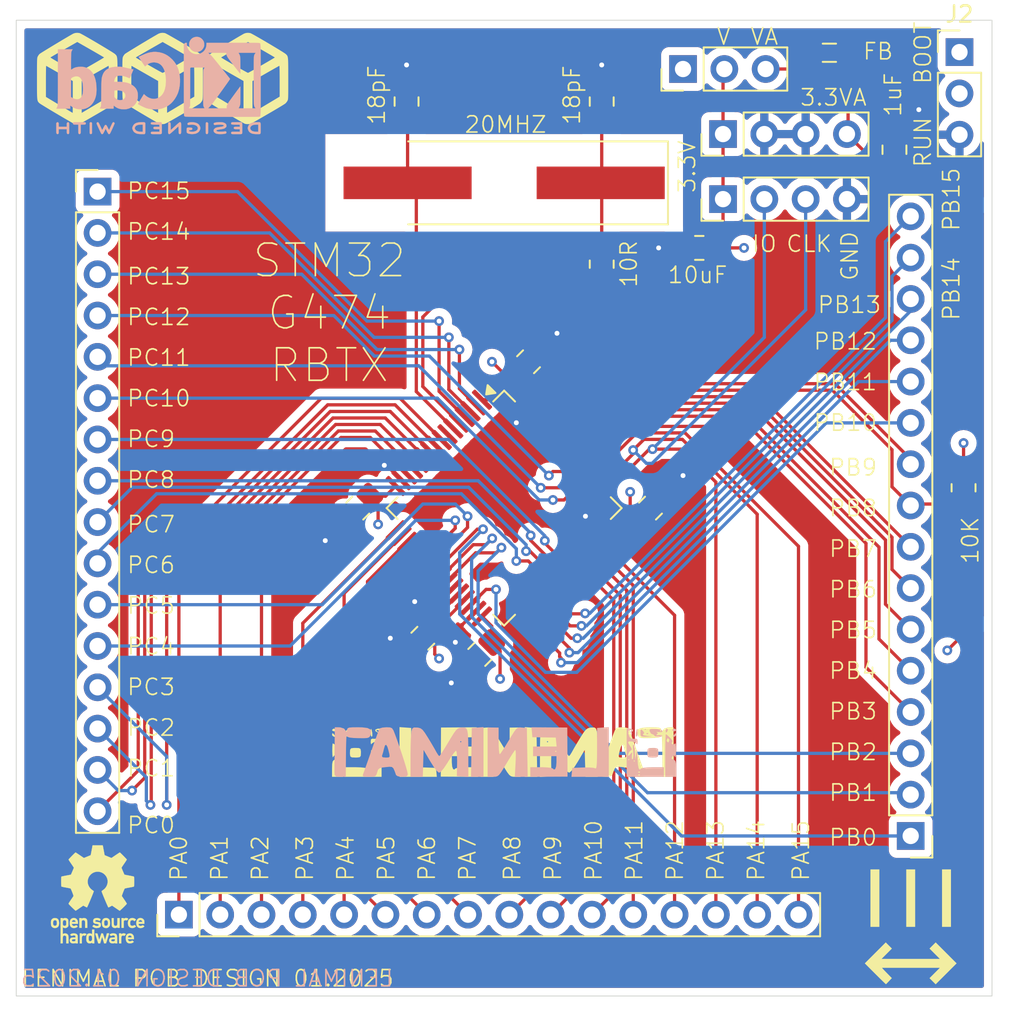
<source format=kicad_pcb>
(kicad_pcb (version 20240108) (generator "pcbnew") (generator_version "8.0")
  (layers (0 "F.Cu" signal) (1 "In1.Cu" signal) (2 "In2.Cu" signal) (31 "B.Cu" signal) (34 "B.Paste" user) (35 "F.Paste" user) (36 "B.SilkS" user "B.Silkscreen") (37 "F.SilkS" user "F.Silkscreen") (38 "B.Mask" user) (39 "F.Mask" user) (44 "Edge.Cuts" user))
  (net 0 "")
  (net 1 "+3.3V")
  (net 2 "GNDREF")
  (net 3 "+3.3VA")
  (net 4 "Net-(C9-Pad1)")
  (net 5 "/HSC_OUT")
  (net 6 "Net-(J7-Pin_3)")
  (net 7 "/SWD_IO")
  (net 8 "/SWD_CLK")
  (net 9 "Net-(J2-Pin_2)")
  (net 11 "/HSC_IN")
  (net 12 "/BOOT0")
  (net 13 "Net-(J5-Pin_10)")
  (net 14 "Net-(J5-Pin_14)")
  (net 15 "Net-(J3-Pin_8)")
  (net 16 "Net-(J3-Pin_6)")
  (net 17 "Net-(J4-Pin_7)")
  (net 18 "Net-(J3-Pin_11)")
  (net 19 "Net-(J3-Pin_10)")
  (net 20 "Net-(J4-Pin_5)")
  (net 21 "Net-(J5-Pin_16)")
  (net 22 "Net-(J3-Pin_7)")
  (net 23 "Net-(J5-Pin_7)")
  (net 24 "Net-(J3-Pin_16)")
  (net 25 "Net-(J4-Pin_10)")
  (net 26 "Net-(J3-Pin_2)")
  (net 27 "Net-(J5-Pin_12)")
  (net 28 "Net-(J5-Pin_4)")
  (net 29 "Net-(J3-Pin_15)")
  (net 30 "Net-(J3-Pin_14)")
  (net 31 "Net-(J4-Pin_2)")
  (net 32 "Net-(J4-Pin_3)")
  (net 33 "Net-(J4-Pin_6)")
  (net 34 "Net-(J5-Pin_15)")
  (net 35 "Net-(J3-Pin_12)")
  (net 36 "Net-(J4-Pin_1)")
  (net 37 "Net-(J3-Pin_3)")
  (net 38 "Net-(J5-Pin_5)")
  (net 39 "Net-(J3-Pin_9)")
  (net 40 "Net-(J5-Pin_2)")
  (net 42 "Net-(J3-Pin_4)")
  (net 43 "Net-(J4-Pin_11)")
  (net 44 "Net-(J5-Pin_1)")
  (net 45 "Net-(J4-Pin_13)")
  (net 46 "Net-(J4-Pin_4)")
  (net 47 "Net-(J4-Pin_9)")
  (net 48 "Net-(J5-Pin_11)")
  (net 49 "Net-(J5-Pin_6)")
  (net 50 "Net-(J5-Pin_13)")
  (net 51 "Net-(J3-Pin_1)")
  (net 52 "Net-(J5-Pin_3)")
  (net 53 "Net-(J5-Pin_8)")
  (net 54 "Net-(J4-Pin_8)")
  (net 55 "Net-(J4-Pin_16)")
  (net 57 "Net-(J4-Pin_12)")
  (net 58 "Net-(J3-Pin_13)")
  (net 59 "Net-(J3-Pin_5)")
  (footprint "Capacitor_SMD:C_0805_2012Metric_Pad1.18x1.45mm_HandSolder" (layer "F.Cu") (at 74 55 90)
    (property "Reference" "C11" (hide yes))
    (property "Value" "10pF")
  )
  (footprint "Connector_PinHeader_2.54mm:PinHeader_1x16_P2.54mm_Vertical" (layer "F.Cu") (at 60 105 90)
    (property "Reference" "J4" (hide yes))
    (property "Value" "Conn_01x16")
  )
  (footprint "Capacitor_SMD:C_0805_2012Metric_Pad1.18x1.45mm_HandSolder" (layer "F.Cu") (at 75 88 45)
    (property "Reference" "C6" (hide yes))
    (property "Value" "100nF")
  )
  (footprint "Connector_PinHeader_2.54mm:PinHeader_1x03_P2.54mm_Vertical" (layer "F.Cu") (at 91 53 90)
    (property "Reference" "J7" (hide yes))
    (property "Value" "V_VA_CONN")
  )
  (footprint "Connector_PinHeader_2.54mm:PinHeader_1x04_P2.54mm_Vertical" (layer "F.Cu") (at 93.46 61 90)
    (property "Reference" "J1" (hide yes))
    (property "Value" "SWD")
  )
  (footprint "synth-gfx:reverb" (layer "F.Cu") (at 53.75 53.5)
    (property "Reference" "G***")
    (property "Value" "LOGO" (hide yes))
  )
  (footprint "synth-gfx:reverb" (layer "F.Cu") (at 59 53.5)
    (property "Reference" "G***")
    (property "Value" "LOGO" (hide yes))
  )
  (footprint "Inductor_SMD:L_0805_2012Metric_Pad1.05x1.20mm_HandSolder" (layer "F.Cu") (at 100 52 180)
    (property "Reference" "FB" (hide yes))
    (property "Value" "120R")
  )
  (footprint "Capacitor_SMD:C_0805_2012Metric_Pad1.18x1.45mm_HandSolder" (layer "F.Cu") (at 86 55 90)
    (property "Reference" "C9" (hide yes))
    (property "Value" "10pF")
  )
  (footprint "Symbol:OSHW-Logo_5.7x6mm_SilkScreen" (layer "F.Cu") (at 55 103.75)
    (property "Reference" "REF**" (hide yes))
    (property "Value" "OSHW-Logo_5.7x6mm_SilkScreen" (hide yes))
  )
  (footprint "synth-gfx:spacing" (layer "F.Cu") (at 105 105.75)
    (property "Reference" "G***")
    (property "Value" "LOGO" (hide yes))
  )
  (footprint "Resistor_SMD:R_0805_2012Metric_Pad1.20x1.40mm_HandSolder" (layer "F.Cu") (at 108.25 78.75 -90)
    (property "Reference" "R3" (hide yes))
    (property "Value" "10K")
  )
  (footprint "Connector_PinHeader_2.54mm:PinHeader_1x16_P2.54mm_Vertical" (layer "F.Cu") (at 55 60.538819)
    (property "Reference" "J3" (hide yes))
    (property "Value" "Conn_01x16")
  )
  (footprint "Capacitor_SMD:C_0805_2012Metric_Pad1.18x1.45mm_HandSolder" (layer "F.Cu") (at 78.5 89 45)
    (property "Reference" "C2" (hide yes))
    (property "Value" "100nF")
  )
  (footprint "Synth:lenimal_logo_full" (layer "F.Cu") (at 80 95)
    (property "Reference" "G***" (hide yes))
    (property "Value" "LOGO" (hide yes))
  )
  (footprint "Connector_PinHeader_2.54mm:PinHeader_1x03_P2.54mm_Vertical" (layer "F.Cu") (at 108 51.96)
    (property "Reference" "J2")
    (property "Value" "BOOT_RUN")
  )
  (footprint "Resistor_SMD:R_0805_2012Metric_Pad1.20x1.40mm_HandSolder" (layer "F.Cu") (at 86 65 -90)
    (property "Reference" "R2" (hide yes))
    (property "Value" "10R")
  )
  (footprint "Capacitor_SMD:C_0805_2012Metric_Pad1.18x1.45mm_HandSolder" (layer "F.Cu") (at 71 80 45)
    (property "Reference" "C1" (hide yes))
    (property "Value" "100nF")
  )
  (footprint "Capacitor_SMD:C_0805_2012Metric_Pad1.18x1.45mm_HandSolder" (layer "F.Cu") (at 89 80 -135)
    (property "Reference" "C3" (hide yes))
    (property "Value" "100nF")
  )
  (footprint "Connector_PinHeader_2.54mm:PinHeader_1x16_P2.54mm_Vertical" (layer "F.Cu") (at 105 100.16 180)
    (property "Reference" "J5" (hide yes))
    (property "Value" "Conn_01x16")
  )
  (footprint "Capacitor_SMD:C_0805_2012Metric_Pad1.18x1.45mm_HandSolder" (layer "F.Cu") (at 104 57.9625 -90)
    (property "Reference" "C7" (hide yes))
    (property "Value" "1uF")
  )
  (footprint "Capacitor_SMD:C_0805_2012Metric_Pad1.18x1.45mm_HandSolder" (layer "F.Cu") (at 92 64)
    (property "Reference" "C5" (hide yes))
    (property "Value" "10uF")
  )
  (footprint "Connector_PinHeader_2.54mm:PinHeader_1x04_P2.54mm_Vertical" (layer "F.Cu") (at 93.46 57 90)
    (property "Reference" "J6" (hide yes))
    (property "Value" "POWER_HEADER")
  )
  (footprint "Package_QFP:LQFP-64_10x10mm_P0.5mm" (layer "F.Cu") (at 80 80 -45)
    (property "Reference" "U1" (hide yes))
    (property "Value" "STM32G474RBTx")
  )
  (footprint "Crystal:Crystal_SMD_HC49-SD_HandSoldering" (layer "F.Cu") (at 80 60 180)
    (property "Reference" "Y1" (hide yes))
    (property "Value" "20MHZ")
  )
  (footprint "synth-gfx:reverb" (layer "F.Cu") (at 64.25 53.5)
    (property "Reference" "G***")
    (property "Value" "LOGO" (hide yes))
  )
  (footprint "Capacitor_SMD:C_0805_2012Metric_Pad1.18x1.45mm_HandSolder" (layer "F.Cu") (at 81.5 71 -135)
    (property "Reference" "C4" (hide yes))
    (property "Value" "100nF")
  )
  (footprint "Symbol:KiCad-Logo2_5mm_SilkScreen" (layer "B.Cu") (at 58.75 54 180)
    (property "Reference" "REF**" (hide yes))
    (property "Value" "KiCad-Logo2_5mm_SilkScreen" (hide yes))
  )
  (footprint "Synth:lenimal_logo_full" (layer "B.Cu") (at 80 95 180)
    (property "Reference" "G***" (hide yes))
    (property "Value" "LOGO" (hide yes))
  )
  (gr_rect (start 50 50) (end 110 110) (stroke (width 0.05)) (fill none) (layer "Edge.Cuts"))
  (gr_text "LENIMAL PCB DESIGN 01.2025" (at 73.25 109.5 -0) (layer "B.SilkS") (effects (font (size 1 1) (thickness 0.1)) (justify left bottom mirror)))
  (gr_text "V" (at 93.5 51 0) (layer "F.SilkS") (effects (font (size 1 1) (thickness 0.1))))
  (gr_text "PB4" (at 103 90 0) (layer "F.SilkS") (effects (font (size 1 1) (thickness 0.1)) (justify right)))
  (gr_text "PA7" (at 77.75 103 90) (layer "F.SilkS") (effects (font (size 1 1) (thickness 0.1)) (justify left)))
  (gr_text "PC15" (at 56.75 60.5 0) (layer "F.SilkS") (effects (font (size 1 1) (thickness 0.1)) (justify left)))
  (gr_text "FB" (at 102 52.5 0) (layer "F.SilkS") (effects (font (size 1 1) (thickness 0.1)) (justify left bottom)))
  (gr_text "PC5" (at 56.75 86 0) (layer "F.SilkS") (effects (font (size 1 1) (thickness 0.1)) (justify left)))
  (gr_text "PC0" (at 56.75 99.5 0) (layer "F.SilkS") (effects (font (size 1 1) (thickness 0.1)) (justify left)))
  (gr_text "PC6" (at 56.75 83.5 0) (layer "F.SilkS") (effects (font (size 1 1) (thickness 0.1)) (justify left)))
  (gr_text "PB1" (at 103 97.5 0) (layer "F.SilkS") (effects (font (size 1 1) (thickness 0.1)) (justify right)))
  (gr_text "PC1" (at 56.75 96 0) (layer "F.SilkS") (effects (font (size 1 1) (thickness 0.1)) (justify left)))
  (gr_text "20MHZ" (at 77.5 57 0) (layer "F.SilkS") (effects (font (size 1 1) (thickness 0.1)) (justify left bottom)))
  (gr_text "10K" (at 109.25 83.5 90) (layer "F.SilkS") (effects (font (size 1 1) (thickness 0.1)) (justify left bottom)))
  (gr_text "PC9" (at 56.75 75.75 0) (layer "F.SilkS") (effects (font (size 1 1) (thickness 0.1)) (justify left)))
  (gr_text "PB2" (at 103 95 0) (layer "F.SilkS") (effects (font (size 1 1) (thickness 0.1)) (justify right)))
  (gr_text "PB3" (at 103 92.5 0) (layer "F.SilkS") (effects (font (size 1 1) (thickness 0.1)) (justify right)))
  (gr_text "PA0" (at 60 103 90) (layer "F.SilkS") (effects (font (size 1 1) (thickness 0.1)) (justify left)))
  (gr_text "PC4" (at 56.75 88.5 0) (layer "F.SilkS") (effects (font (size 1 1) (thickness 0.1)) (justify left)))
  (gr_text "PB6" (at 103 85 0) (layer "F.SilkS") (effects (font (size 1 1) (thickness 0.1)) (justify right)))
  (gr_text "PC8" (at 56.75 78.25 0) (layer "F.SilkS") (effects (font (size 1 1) (thickness 0.1)) (justify left)))
  (gr_text "PB0" (at 103 100.25 0) (layer "F.SilkS") (effects (font (size 1 1) (thickness 0.1)) (justify right)))
  (gr_text "GND" (at 101.25 64.5 90) (layer "F.SilkS") (effects (font (size 1 1) (thickness 0.1))))
  (gr_text "PA9" (at 83 103 90) (layer "F.SilkS") (effects (font (size 1 1) (thickness 0.1)) (justify left)))
  (gr_text "PB8" (at 103 80 0) (layer "F.SilkS") (effects (font (size 1 1) (thickness 0.1)) (justify right)))
  (gr_text "PC10" (at 56.75 73.25 0) (layer "F.SilkS") (effects (font (size 1 1) (thickness 0.1)) (justify left)))
  (gr_text "1uF" (at 104.5 56 90) (layer "F.SilkS") (effects (font (size 1 1) (thickness 0.1)) (justify left bottom)))
  (gr_text "PC13" (at 56.75 65.75 0) (layer "F.SilkS") (effects (font (size 1 1) (thickness 0.1)) (justify left)))
  (gr_text "PA1" (at 62.5 103 90) (layer "F.SilkS") (effects (font (size 1 1) (thickness 0.1)) (justify left)))
  (gr_text "STM32\nG474\nRBTX" (at 69.25 68 0) (layer "F.SilkS") (effects (font (size 2 2) (thickness 0.1))))
  (gr_text "18pF" (at 84.75 56.5 90) (layer "F.SilkS") (effects (font (size 1 1) (thickness 0.1)) (justify left bottom)))
  (gr_text "VA" (at 96 51 0) (layer "F.SilkS") (effects (font (size 1 1) (thickness 0.1))))
  (gr_text "PC12" (at 56.75 68.25 0) (layer "F.SilkS") (effects (font (size 1 1) (thickness 0.1)) (justify left)))
  (gr_text "PA13" (at 93 103 90) (layer "F.SilkS") (effects (font (size 1 1) (thickness 0.1)) (justify left)))
  (gr_text "PA6" (at 75.25 103 90) (layer "F.SilkS") (effects (font (size 1 1) (thickness 0.1)) (justify left)))
  (gr_text "PA11" (at 88 103 90) (layer "F.SilkS") (effects (font (size 1 1) (thickness 0.1)) (justify left)))
  (gr_text "PA3" (at 67.75 103 90) (layer "F.SilkS") (effects (font (size 1 1) (thickness 0.1)) (justify left)))
  (gr_text "PC2" (at 56.75 93.5 0) (layer "F.SilkS") (effects (font (size 1 1) (thickness 0.1)) (justify left)))
  (gr_text "PB5" (at 103 87.5 0) (layer "F.SilkS") (effects (font (size 1 1) (thickness 0.1)) (justify right)))
  (gr_text "PB9" (at 103 77.5 0) (layer "F.SilkS") (effects (font (size 1 1) (thickness 0.1)) (justify right)))
  (gr_text "3.3V" (at 91.25 59 90) (layer "F.SilkS") (effects (font (size 1 1) (thickness 0.1))))
  (gr_text "PB11" (at 103 72.25 0) (layer "F.SilkS") (effects (font (size 1 1) (thickness 0.1)) (justify right)))
  (gr_text "BOOT" (at 105.75 52 90) (layer "F.SilkS") (effects (font (size 1 1) (thickness 0.1))))
  (gr_text "CLK" (at 98.75 63.75 0) (layer "F.SilkS") (effects (font (size 1 1) (thickness 0.1))))
  (gr_text "PC11" (at 56.75 70.75 0) (layer "F.SilkS") (effects (font (size 1 1) (thickness 0.1)) (justify left)))
  (gr_text "PA5" (at 72.75 103 90) (layer "F.SilkS") (effects (font (size 1 1) (thickness 0.1)) (justify left)))
  (gr_text "PB12" (at 103 69.75 0) (layer "F.SilkS") (effects (font (size 1 1) (thickness 0.1)) (justify right)))
  (gr_text "3.3VA" (at 100.25 54.75 0) (layer "F.SilkS") (effects (font (size 1 1) (thickness 0.1))))
  (gr_text "PA14" (at 95.5 103 90) (layer "F.SilkS") (effects (font (size 1 1) (thickness 0.1)) (justify left)))
  (gr_text "RUN" (at 105.75 57.5 90) (layer "F.SilkS") (effects (font (size 1 1) (thickness 0.1))))
  (gr_text "PC7" (at 56.75 81 0) (layer "F.SilkS") (effects (font (size 1 1) (thickness 0.1)) (justify left)))
  (gr_text "PA8" (at 80.5 103 90) (layer "F.SilkS") (effects (font (size 1 1) (thickness 0.1)) (justify left)))
  (gr_text "PB13" (at 103.25 67.5 0) (layer "F.SilkS") (effects (font (size 1 1) (thickness 0.1)) (justify right)))
  (gr_text "PA15" (at 98.25 103 90) (layer "F.SilkS") (effects (font (size 1 1) (thickness 0.1)) (justify left)))
  (gr_text "PB14" (at 107.5 64.5 90) (layer "F.SilkS") (effects (font (size 1 1) (thickness 0.1)) (justify right)))
  (gr_text "PC14" (at 56.75 63 0) (layer "F.SilkS") (effects (font (size 1 1) (thickness 0.1)) (justify left)))
  (gr_text "PB10" (at 103 74.75 0) (layer "F.SilkS") (effects (font (size 1 1) (thickness 0.1)) (justify right)))
  (gr_text "PA10" (at 85.5 103 90) (layer "F.SilkS") (effects (font (size 1 1) (thickness 0.1)) (justify left)))
  (gr_text "18pF" (at 72.75 56.5 90) (layer "F.SilkS") (effects (font (size 1 1) (thickness 0.1)) (justify left bottom)))
  (gr_text "PA2" (at 65 103 90) (layer "F.SilkS") (effects (font (size 1 1) (thickness 0.1)) (justify left)))
  (gr_text "PA12" (at 90.5 103 90) (layer "F.SilkS") (effects (font (size 1 1) (thickness 0.1)) (justify left)))
  (gr_text "10R" (at 88.25 66.5 90) (layer "F.SilkS") (effects (font (size 1 1) (thickness 0.1)) (justify left bottom)))
  (gr_text "PA4" (at 70.25 103 90) (layer "F.SilkS") (effects (font (size 1 1) (thickness 0.1)) (justify left)))
  (gr_text "PB7" (at 103 82.5 0) (layer "F.SilkS") (effects (font (size 1 1) (thickness 0.1)) (justify right)))
  (gr_text "IO" (at 96 63.75 0) (layer "F.SilkS") (effects (font (size 1 1) (thickness 0.1))))
  (gr_text "PB15" (at 107.5 59 90) (layer "F.SilkS") (effects (font (size 1 1) (thickness 0.1)) (justify right)))
  (gr_text "10uF" (at 90 66.25 0) (layer "F.SilkS") (effects (font (size 1 1) (thickness 0.1)) (justify left bottom)))
  (gr_text "LENIMAL PCB DESIGN 01.2025" (at 50.25 109.5 0) (layer "F.SilkS") (effects (font (size 1 1) (thickness 0.1)) (justify left bottom)))
  (gr_text "PC3" (at 56.75 91 0) (layer "F.SilkS") (effects (font (size 1 1) (thickness 0.1)) (justify left)))
  (segment (start 79.983623 71.733623) (end 79.25 71) (width 0.2) (layer "F.Cu") (net 1))
  (segment (start 79.164481 73.335519) (end 78.638819 73.335519) (width 0.2) (layer "F.Cu") (net 1))
  (segment (start 93.46 61) (end 93.46 63.5775) (width 0.2) (layer "F.Cu") (net 1))
  (segment (start 93.46 57) (end 93.46 53.08) (width 0.2) (layer "F.Cu") (net 1))
  (segment (start 72.707961 79.266377) (end 73.335519 78.638819) (width 0.2) (layer "F.Cu") (net 1))
  (segment (start 93.0375 64) (end 94.75 64) (width 0.2) (layer "F.Cu") (net 1))
  (segment (start 80.766377 72.740715) (end 81.361181 73.335519) (width 0.2) (layer "F.Cu") (net 1))
  (segment (start 93.46 57) (end 93.46 61) (width 0.2) (layer "F.Cu") (net 1))
  (segment (start 88.266377 80.733623) (end 87.292039 80.733623) (width 0.2) (layer "F.Cu") (net 1))
  (segment (start 79.233623 87.259285) (end 78.638819 86.664481) (width 0.2) (layer "F.Cu") (net 1))
  (segment (start 79.75 88.782754) (end 79.233623 88.266377) (width 0.2) (layer "F.Cu") (net 1))
  (segment (start 72.25 79.782754) (end 71.733623 79.266377) (width 0.2) (layer "F.Cu") (net 1))
  (segment (start 72.25 81) (end 72.25 79.782754) (width 0.2) (layer "F.Cu") (net 1))
  (segment (start 71.733623 79.266377) (end 72.707961 79.266377) (width 0.2) (layer "F.Cu") (net 1))
  (segment (start 93.46 53.08) (end 93.54 53) (width 0.2) (layer "F.Cu") (net 1))
  (segment (start 79.75 90.5) (end 79.75 88.782754) (width 0.2) (layer "F.Cu") (net 1))
  (segment (start 87.75 79) (end 87.75 80.217246) (width 0.2) (layer "F.Cu") (net 1))
  (segment (start 80.766377 71.733623) (end 79.164481 73.335519) (width 0.2) (layer "F.Cu") (net 1))
  (segment (start 80.766377 71.733623) (end 79.983623 71.733623) (width 0.2) (layer "F.Cu") (net 1))
  (segment (start 80.766377 71.733623) (end 80.766377 72.740715) (width 0.2) (layer "F.Cu") (net 1))
  (segment (start 93.46 63.5775) (end 93.0375 64) (width 0.2) (layer "F.Cu") (net 1))
  (segment (start 87.292039 80.733623) (end 86.664481 81.361181) (width 0.2) (layer "F.Cu") (net 1))
  (segment (start 79.233623 88.266377) (end 79.233623 87.259285) (width 0.2) (layer "F.Cu") (net 1))
  (segment (start 87.75 80.217246) (end 88.266377 80.733623) (width 0.2) (layer "F.Cu") (net 1))
  (via (at 79.25 71) (size 0.6) (drill 0.3) (layers "F.Cu" "B.Cu") (net 1))
  (via (at 79.75 90.5) (size 0.6) (drill 0.3) (layers "F.Cu" "B.Cu") (net 1))
  (via (at 94.75 64) (size 0.6) (drill 0.3) (layers "F.Cu" "B.Cu") (net 1))
  (via (at 72.25 81) (size 0.6) (drill 0.3) (layers "F.Cu" "B.Cu") (net 1))
  (via (at 87.75 79) (size 0.6) (drill 0.3) (layers "F.Cu" "B.Cu") (net 1))
  (segment (start 85 80.5) (end 85.096194 80.5) (width 0.2) (layer "F.Cu") (net 2))
  (segment (start 85.096194 80.5) (end 86.310928 81.714734) (width 0.2) (layer "F.Cu") (net 2))
  (segment (start 74.75 86) (end 75.767766 86) (width 0.2) (layer "F.Cu") (net 2))
  (segment (start 77 87.596194) (end 78.285266 86.310928) (width 0.2) (layer "F.Cu") (net 2))
  (segment (start 75.767766 86) (end 76.871052 84.896714) (width 0.2) (layer "F.Cu") (net 2))
  (segment (start 80.75 74.653806) (end 80.75 74.75) (width 0.2) (layer "F.Cu") (net 2))
  (segment (start 73.689072 78.285266) (end 72.772615 77.368809) (width 0.2) (layer "F.Cu") (net 2))
  (segment (start 77 88.25) (end 77 87.596194) (width 0.2) (layer "F.Cu") (net 2))
  (segment (start 74.5 85.75) (end 74.75 86) (width 0.2) (layer "F.Cu") (net 2))
  (segment (start 72.772615 77.368809) (end 72.631191 77.368809) (width 0.2) (layer "F.Cu") (net 2))
  (segment (start 81.714734 73.689072) (end 80.75 74.653806) (width 0.2) (layer "F.Cu") (net 2))
  (via (at 69 82) (size 0.6) (drill 0.3) (layers "F.Cu" "B.Cu") (net 2))
  (via (at 72.631191 77.368809) (size 0.6) (drill 0.3) (layers "F.Cu" "B.Cu") (net 2))
  (via (at 80.75 74.75) (size 0.6) (drill 0.3) (layers "F.Cu" "B.Cu") (net 2))
  (via (at 86 52.75) (size 0.6) (drill 0.3) (layers "F.Cu" "B.Cu") (net 2))
  (via (at 85 80.5) (size 0.6) (drill 0.3) (layers "F.Cu" "B.Cu") (net 2))
  (via (at 89.5 64) (size 0.6) (drill 0.3) (layers "F.Cu" "B.Cu") (net 2))
  (via (at 76.75 90.75) (size 0.6) (drill 0.3) (layers "F.Cu" "B.Cu") (net 2))
  (via (at 74 52.75) (size 0.6) (drill 0.3) (layers "F.Cu" "B.Cu") (net 2))
  (via (at 77 88.25) (size 0.6) (drill 0.3) (layers "F.Cu" "B.Cu") (net 2))
  (via (at 83.25 69.25) (size 0.6) (drill 0.3) (layers "F.Cu" "B.Cu") (net 2))
  (via (at 74.5 85.75) (size 0.6) (drill 0.3) (layers "F.Cu" "B.Cu") (net 2))
  (via (at 73 88) (size 0.6) (drill 0.3) (layers "F.Cu" "B.Cu") (net 2))
  (via (at 105.5 55.5) (size 0.6) (drill 0.3) (layers "F.Cu" "B.Cu") (net 2))
  (via (at 91 78) (size 0.6) (drill 0.3) (layers "F.Cu" "B.Cu") (net 2))
  (segment (start 77.224606 85.250268) (end 77.224606 85.275394) (width 0.2) (layer "F.Cu") (net 3))
  (segment (start 101.08 57) (end 103.08 59) (width 0.2) (layer "F.Cu") (net 3))
  (segment (start 109.4 61.9) (end 106.5 59) (width 0.2) (layer "F.Cu") (net 3))
  (segment (start 76 89.25) (end 75.733623 88.983623) (width 0.2) (layer "F.Cu") (net 3))
  (segment (start 101.15 56.93) (end 101.08 57) (width 0.2) (layer "F.Cu") (net 3))
  (segment (start 75.983623 87.266377) (end 75.733623 87.266377) (width 0.2) (layer "F.Cu") (net 3))
  (segment (start 77.578159 85.671841) (end 75.983623 87.266377) (width 0.2) (layer "F.Cu") (net 3))
  (segment (start 75.733623 86.766377) (end 75.733623 87.266377) (width 0.2) (layer "F.Cu") (net 3))
  (segment (start 106.5 59) (end 104 59) (width 0.2) (layer "F.Cu") (net 3))
  (segment (start 109.4 86.6) (end 109.4 61.9) (width 0.2) (layer "F.Cu") (net 3))
  (segment (start 77.224606 85.275394) (end 75.733623 86.766377) (width 0.2) (layer "F.Cu") (net 3))
  (segment (start 107.25 88.75) (end 109.4 86.6) (width 0.2) (layer "F.Cu") (net 3))
  (segment (start 75.733623 88.983623) (end 75.733623 87.266377) (width 0.2) (layer "F.Cu") (net 3))
  (segment (start 103.08 59) (end 104 59) (width 0.2) (layer "F.Cu") (net 3))
  (segment (start 77.578159 85.603821) (end 77.578159 85.671841) (width 0.2) (layer "F.Cu") (net 3))
  (segment (start 101.15 52) (end 101.15 56.93) (width 0.2) (layer "F.Cu") (net 3))
  (via (at 76 89.25) (size 0.6) (drill 0.3) (layers "F.Cu" "B.Cu") (net 3))
  (via (at 107.25 88.75) (size 0.6) (drill 0.3) (layers "F.Cu" "B.Cu") (net 3))
  (segment (start 86 64) (end 86 60.0625) (width 0.2) (layer "F.Cu") (net 4))
  (segment (start 86 56.0375) (end 86 59.9375) (width 0.2) (layer "F.Cu") (net 4))
  (segment (start 86 60.0625) (end 85.9375 60) (width 0.2) (layer "F.Cu") (net 4))
  (segment (start 86 59.9375) (end 85.9375 60) (width 0.2) (layer "F.Cu") (net 4))
  (segment (start 74.0625 56.1) (end 74 56.0375) (width 0.2) (layer "F.Cu") (net 5))
  (segment (start 74.0625 60) (end 74.0625 56.1) (width 0.2) (layer "F.Cu") (net 5))
  (segment (start 74.6 72.832234) (end 74.6 60.5375) (width 0.2) (layer "F.Cu") (net 5))
  (segment (start 76.871052 75.103286) (end 74.6 72.832234) (width 0.2) (layer "F.Cu") (net 5))
  (segment (start 74.6 60.5375) (end 74.0625 60) (width 0.2) (layer "F.Cu") (net 5))
  (segment (start 96.08 53) (end 97.85 53) (width 0.2) (layer "F.Cu") (net 6))
  (segment (start 97.85 53) (end 98.85 52) (width 0.2) (layer "F.Cu") (net 6))
  (segment (start 88.9283 76.375) (end 86.664481 78.638819) (width 0.2) (layer "F.Cu") (net 7))
  (segment (start 93.02 78.401372) (end 93.02 105) (width 0.2) (layer "F.Cu") (net 7))
  (segment (start 90.993628 76.375) (end 93.02 78.401372) (width 0.2) (layer "F.Cu") (net 7))
  (segment (start 89.125 76.375) (end 90.993628 76.375) (width 0.2) (layer "F.Cu") (net 7))
  (segment (start 89.125 76.375) (end 88.9283 76.375) (width 0.2) (layer "F.Cu") (net 7))
  (via (at 89.125 76.375) (size 0.6) (drill 0.3) (layers "F.Cu" "B.Cu") (net 7))
  (segment (start 89.125 76.375) (end 96 69.5) (width 0.2) (layer "B.Cu") (net 7))
  (segment (start 96 69.5) (end 96 61) (width 0.2) (layer "B.Cu") (net 7))
  (segment (start 87.934313 76.661881) (end 86.310928 78.285266) (width 0.2) (layer "F.Cu") (net 8))
  (segment (start 87.934313 76.434313) (end 87.934313 76.661881) (width 0.2) (layer "F.Cu") (net 8))
  (segment (start 90.959314 75.775) (end 95.56 80.375686) (width 0.2) (layer "F.Cu") (net 8))
  (segment (start 88.593626 75.775) (end 90.959314 75.775) (width 0.2) (layer "F.Cu") (net 8))
  (segment (start 95.56 80.375686) (end 95.56 105) (width 0.2) (layer "F.Cu") (net 8))
  (segment (start 87.934313 76.434313) (end 88.593626 75.775) (width 0.2) (layer "F.Cu") (net 8))
  (via (at 87.934313 76.434313) (size 0.6) (drill 0.3) (layers "F.Cu" "B.Cu") (net 8))
  (segment (start 89.098529 77.25) (end 98.54 67.808529) (width 0.2) (layer "B.Cu") (net 8))
  (segment (start 87.934313 76.434313) (end 88.75 77.25) (width 0.2) (layer "B.Cu") (net 8))
  (segment (start 88.75 77.25) (end 89.098529 77.25) (width 0.2) (layer "B.Cu") (net 8))
  (segment (start 98.54 67.808529) (end 98.54 61) (width 0.2) (layer "B.Cu") (net 8))
  (segment (start 108.25 77.75) (end 108.25 76) (width 0.2) (layer "F.Cu") (net 9))
  (via (at 108.25 76) (size 0.6) (drill 0.3) (layers "F.Cu" "B.Cu") (net 9))
  (segment (start 75 68.25) (end 75 72.525126) (width 0.2) (layer "F.Cu") (net 11))
  (segment (start 86 66) (end 77.25 66) (width 0.2) (layer "F.Cu") (net 11))
  (segment (start 77.25 66) (end 75 68.25) (width 0.2) (layer "F.Cu") (net 11))
  (segment (start 75 72.525126) (end 77.224606 74.749732) (width 0.2) (layer "F.Cu") (net 11))
  (segment (start 103.85 76.415686) (end 103.85 78.69) (width 0.2) (layer "F.Cu") (net 12))
  (segment (start 84.06802 72.75) (end 100.184314 72.75) (width 0.2) (layer "F.Cu") (net 12))
  (segment (start 100.184314 72.75) (end 103.85 76.415686) (width 0.2) (layer "F.Cu") (net 12))
  (segment (start 108.25 79.75) (end 105.09 79.75) (width 0.2) (layer "F.Cu") (net 12))
  (segment (start 105.09 79.75) (end 105 79.84) (width 0.2) (layer "F.Cu") (net 12))
  (segment (start 82.421841 74.396179) (end 84.06802 72.75) (width 0.2) (layer "F.Cu") (net 12))
  (segment (start 103.85 78.69) (end 105 79.84) (width 0.2) (layer "F.Cu") (net 12))
  (segment (start 83.760912 72.35) (end 100.35 72.35) (width 0.2) (layer "F.Cu") (net 13))
  (segment (start 82.068287 74.042625) (end 83.760912 72.35) (width 0.2) (layer "F.Cu") (net 13))
  (segment (start 100.35 72.35) (end 105 77) (width 0.2) (layer "F.Cu") (net 13))
  (segment (start 105 77) (end 105 77.3) (width 0.2) (layer "F.Cu") (net 13))
  (segment (start 84.5 88) (end 84.110912 88) (width 0.2) (layer "F.Cu") (net 14))
  (segment (start 84.110912 88) (end 82.068287 85.957375) (width 0.2) (layer "F.Cu") (net 14))
  (via (at 84.5 88) (size 0.6) (drill 0.3) (layers "F.Cu" "B.Cu") (net 14))
  (segment (start 84.868628 88) (end 105 67.868628) (width 0.2) (layer "B.Cu") (net 14))
  (segment (start 105 67.868628) (end 105 67.14) (width 0.2) (layer "B.Cu") (net 14))
  (segment (start 84.5 88) (end 84.868628 88) (width 0.2) (layer "B.Cu") (net 14))
  (segment (start 81.631074 81.684014) (end 81.631074 81.984628) (width 0.2) (layer "F.Cu") (net 15))
  (segment (start 81.631074 81.984628) (end 83.836054 84.189608) (width 0.2) (layer "F.Cu") (net 15))
  (via (at 81.631074 81.684014) (size 0.6) (drill 0.3) (layers "F.Cu" "B.Cu") (net 15))
  (segment (start 78.406728 78.318819) (end 55 78.318819) (width 0.2) (layer "B.Cu") (net 15))
  (segment (start 81.631074 81.543165) (end 78.406728 78.318819) (width 0.2) (layer "B.Cu") (net 15))
  (segment (start 81.631074 81.684014) (end 81.631074 81.543165) (width 0.2) (layer "B.Cu") (net 15))
  (segment (start 83.68198 79.5) (end 85.603821 77.578159) (width 0.2) (layer "F.Cu") (net 16))
  (segment (start 83 79.5) (end 83.68198 79.5) (width 0.2) (layer "F.Cu") (net 16))
  (via (at 83 79.5) (size 0.6) (drill 0.3) (layers "F.Cu" "B.Cu") (net 16))
  (segment (start 82.151471 79.5) (end 83 79.5) (width 0.2) (layer "B.Cu") (net 16))
  (segment (start 75.89029 73.238819) (end 82.151471 79.5) (width 0.2) (layer "B.Cu") (net 16))
  (segment (start 55 73.238819) (end 75.89029 73.238819) (width 0.2) (layer "B.Cu") (net 16))
  (segment (start 72 84.81802) (end 72 101.76) (width 0.2) (layer "F.Cu") (net 17))
  (segment (start 72 101.76) (end 75.24 105) (width 0.2) (layer "F.Cu") (net 17))
  (segment (start 74.396179 82.421841) (end 72 84.81802) (width 0.2) (layer "F.Cu") (net 17))
  (segment (start 77.75 80.5) (end 77.75 81.18934) (width 0.2) (layer "F.Cu") (net 18))
  (segment (start 77.75 81.18934) (end 75.456839 83.482501) (width 0.2) (layer "F.Cu") (net 18))
  (via (at 77.75 80.5) (size 0.6) (drill 0.3) (layers "F.Cu" "B.Cu") (net 18))
  (segment (start 77 79.75) (end 75 79.75) (width 0.2) (layer "B.Cu") (net 18))
  (segment (start 75 79.75) (end 68.811181 85.938819) (width 0.2) (layer "B.Cu") (net 18))
  (segment (start 68.811181 85.938819) (end 55 85.938819) (width 0.2) (layer "B.Cu") (net 18))
  (segment (start 77.75 80.5) (end 77 79.75) (width 0.2) (layer "B.Cu") (net 18))
  (segment (start 81.482234 83.25) (end 83.128948 84.896714) (width 0.2) (layer "F.Cu") (net 19))
  (segment (start 80.75 83.25) (end 81.482234 83.25) (width 0.2) (layer "F.Cu") (net 19))
  (via (at 80.75 83.25) (size 0.6) (drill 0.3) (layers "F.Cu" "B.Cu") (net 19))
  (segment (start 77.368819 79.118819) (end 58.631181 79.118819) (width 0.2) (layer "B.Cu") (net 19))
  (segment (start 80.75 82.5) (end 77.368819 79.118819) (width 0.2) (layer "B.Cu") (net 19))
  (segment (start 55 82.75) (end 55 83.398819) (width 0.2) (layer "B.Cu") (net 19))
  (segment (start 58.631181 79.118819) (end 55 82.75) (width 0.2) (layer "B.Cu") (net 19))
  (segment (start 80.75 83.25) (end 80.75 82.5) (width 0.2) (layer "B.Cu") (net 19))
  (segment (start 70.16 85.243806) (end 70.16 105) (width 0.2) (layer "F.Cu") (net 20))
  (segment (start 73.689072 81.714734) (end 70.16 85.243806) (width 0.2) (layer "F.Cu") (net 20))
  (segment (start 82.775394 85.250268) (end 84.025126 86.5) (width 0.2) (layer "F.Cu") (net 21))
  (segment (start 84.951749 86.5) (end 84.978312 86.473437) (width 0.2) (layer "F.Cu") (net 21))
  (segment (start 84.025126 86.5) (end 84.951749 86.5) (width 0.2) (layer "F.Cu") (net 21))
  (via (at 84.978312 86.473437) (size 0.6) (drill 0.3) (layers "F.Cu" "B.Cu") (net 21))
  (segment (start 103.45 68.287256) (end 103.45 63.61) (width 0.2) (layer "B.Cu") (net 21))
  (segment (start 103.45 63.61) (end 105 62.06) (width 0.2) (layer "B.Cu") (net 21))
  (segment (start 85.263819 86.473437) (end 103.45 68.287256) (width 0.2) (layer "B.Cu") (net 21))
  (segment (start 84.978312 86.473437) (end 85.263819 86.473437) (width 0.2) (layer "B.Cu") (net 21))
  (segment (start 82.5 82.146446) (end 82.5 82) (width 0.2) (layer "F.Cu") (net 22))
  (segment (start 84.189608 83.836054) (end 82.5 82.146446) (width 0.2) (layer "F.Cu") (net 22))
  (via (at 82.5 82) (size 0.6) (drill 0.3) (layers "F.Cu" "B.Cu") (net 22))
  (segment (start 82.5 81.704411) (end 76.574408 75.778819) (width 0.2) (layer "B.Cu") (net 22))
  (segment (start 76.574408 75.778819) (end 55 75.778819) (width 0.2) (layer "B.Cu") (net 22))
  (segment (start 82.5 82) (end 82.5 81.704411) (width 0.2) (layer "B.Cu") (net 22))
  (segment (start 83.128948 75.103286) (end 84.682234 73.55) (width 0.2) (layer "F.Cu") (net 23))
  (segment (start 84.682234 73.55) (end 95.604314 73.55) (width 0.2) (layer "F.Cu") (net 23))
  (segment (start 103.85 81.795686) (end 103.85 83.77) (width 0.2) (layer "F.Cu") (net 23))
  (segment (start 95.604314 73.55) (end 103.85 81.795686) (width 0.2) (layer "F.Cu") (net 23))
  (segment (start 103.85 83.77) (end 105 84.92) (width 0.2) (layer "F.Cu") (net 23))
  (segment (start 73.603554 73.25) (end 76.163946 75.810392) (width 0.2) (layer "F.Cu") (net 24))
  (segment (start 55 98.638819) (end 57.5 96.138819) (width 0.2) (layer "F.Cu") (net 24))
  (segment (start 57.5 96.138819) (end 57.5 84.5) (width 0.2) (layer "F.Cu") (net 24))
  (segment (start 57.5 84.5) (end 68.75 73.25) (width 0.2) (layer "F.Cu") (net 24))
  (segment (start 68.75 73.25) (end 73.603554 73.25) (width 0.2) (layer "F.Cu") (net 24))
  (segment (start 87.14 100.72) (end 87.14 85.372234) (width 0.2) (layer "F.Cu") (net 25))
  (segment (start 82.86 105) (end 87.14 100.72) (width 0.2) (layer "F.Cu") (net 25))
  (segment (start 87.14 85.372234) (end 84.896714 83.128948) (width 0.2) (layer "F.Cu") (net 25))
  (segment (start 77.931713 74.042625) (end 76.6 72.710912) (width 0.2) (layer "F.Cu") (net 26))
  (segment (start 76.6 72.710912) (end 76.6 69.5) (width 0.2) (layer "F.Cu") (net 26))
  (via (at 76.6 69.5) (size 0.6) (drill 0.3) (layers "F.Cu" "B.Cu") (net 26))
  (segment (start 65.578819 63.078819) (end 55 63.078819) (width 0.2) (layer "B.Cu") (net 26))
  (segment (start 76.6 69.5) (end 72 69.5) (width 0.2) (layer "B.Cu") (net 26))
  (segment (start 72 69.5) (end 65.578819 63.078819) (width 0.2) (layer "B.Cu") (net 26))
  (segment (start 83.412149 88.912149) (end 83.412149 89.13395) (width 0.2) (layer "F.Cu") (net 27))
  (segment (start 83.412149 89.13395) (end 83.5 89.221801) (width 0.2) (layer "F.Cu") (net 27))
  (segment (start 81.361181 86.664481) (end 81.361181 86.861181) (width 0.2) (layer "F.Cu") (net 27))
  (segment (start 83.5 89.221801) (end 83.5 89.5) (width 0.2) (layer "F.Cu") (net 27))
  (segment (start 81.361181 86.861181) (end 83.412149 88.912149) (width 0.2) (layer "F.Cu") (net 27))
  (via (at 83.5 89.5) (size 0.6) (drill 0.3) (layers "F.Cu" "B.Cu") (net 27))
  (segment (start 84.5 89.5) (end 101.78 72.22) (width 0.2) (layer "B.Cu") (net 27))
  (segment (start 83.5 89.5) (end 84.5 89.5) (width 0.2) (layer "B.Cu") (net 27))
  (segment (start 101.78 72.22) (end 105 72.22) (width 0.2) (layer "B.Cu") (net 27))
  (segment (start 95.059314 74.975) (end 102.25 82.165686) (width 0.2) (layer "F.Cu") (net 28))
  (segment (start 84.189608 76.163946) (end 85.378554 74.975) (width 0.2) (layer "F.Cu") (net 28))
  (segment (start 102.25 89.79) (end 105 92.54) (width 0.2) (layer "F.Cu") (net 28))
  (segment (start 102.25 82.165686) (end 102.25 89.79) (width 0.2) (layer "F.Cu") (net 28))
  (segment (start 85.378554 74.975) (end 95.059314 74.975) (width 0.2) (layer "F.Cu") (net 28))
  (segment (start 57.9 96.587348) (end 57.9 84.9) (width 0.2) (layer "F.Cu") (net 29))
  (segment (start 73.296446 73.65) (end 75.810392 76.163946) (width 0.2) (layer "F.Cu") (net 29))
  (segment (start 57.118674 97.368674) (end 57.9 96.587348) (width 0.2) (layer "F.Cu") (net 29))
  (segment (start 57.9 84.9) (end 69.15 73.65) (width 0.2) (layer "F.Cu") (net 29))
  (segment (start 69.15 73.65) (end 73.296446 73.65) (width 0.2) (layer "F.Cu") (net 29))
  (via (at 57.118674 97.368674) (size 0.6) (drill 0.3) (layers "F.Cu" "B.Cu") (net 29))
  (segment (start 56.269855 97.368674) (end 55 96.098819) (width 0.2) (layer "B.Cu") (net 29))
  (segment (start 57.118674 97.368674) (end 56.269855 97.368674) (width 0.2) (layer "B.Cu") (net 29))
  (segment (start 58.3 98.2) (end 58.3 85.065686) (width 0.2) (layer "F.Cu") (net 30))
  (segment (start 58.3 85.065686) (end 69.307843 74.057843) (width 0.2) (layer "F.Cu") (net 30))
  (segment (start 72.997183 74.057843) (end 75.456839 76.517499) (width 0.2) (layer "F.Cu") (net 30))
  (segment (start 58.25 98.25) (end 58.3 98.2) (width 0.2) (layer "F.Cu") (net 30))
  (segment (start 69.307843 74.057843) (end 72.997183 74.057843) (width 0.2) (layer "F.Cu") (net 30))
  (via (at 58.25 98.25) (size 0.6) (drill 0.3) (layers "F.Cu" "B.Cu") (net 30))
  (segment (start 58.25 98.25) (end 58 98) (width 0.2) (layer "B.Cu") (net 30))
  (segment (start 58 96.558819) (end 55 93.558819) (width 0.2) (layer "B.Cu") (net 30))
  (segment (start 58 98) (end 58 96.558819) (width 0.2) (layer "B.Cu") (net 30))
  (segment (start 62.54 82.522744) (end 69.804901 75.257843) (width 0.2) (layer "F.Cu") (net 31))
  (segment (start 62.54 105) (end 62.54 82.522744) (width 0.2) (layer "F.Cu") (net 31))
  (segment (start 69.804901 75.257843) (end 72.075863 75.257843) (width 0.2) (layer "F.Cu") (net 31))
  (segment (start 72.075863 75.257843) (end 74.396179 77.578159) (width 0.2) (layer "F.Cu") (net 31))
  (segment (start 71.768755 75.657843) (end 69.970587 75.657843) (width 0.2) (layer "F.Cu") (net 32))
  (segment (start 65.08 80.54843) (end 65.08 105) (width 0.2) (layer "F.Cu") (net 32))
  (segment (start 69.970587 75.657843) (end 65.08 80.54843) (width 0.2) (layer "F.Cu") (net 32))
  (segment (start 74.042625 77.931713) (end 71.768755 75.657843) (width 0.2) (layer "F.Cu") (net 32))
  (segment (start 71.6 103.9) (end 71.6 84.510912) (width 0.2) (layer "F.Cu") (net 33))
  (segment (start 72.7 105) (end 71.6 103.9) (width 0.2) (layer "F.Cu") (net 33))
  (segment (start 71.6 84.510912) (end 74.042625 82.068287) (width 0.2) (layer "F.Cu") (net 33))
  (segment (start 82.421841 85.603821) (end 84.059071 87.241051) (width 0.2) (layer "F.Cu") (net 34))
  (segment (start 84.059071 87.241051) (end 84.752983 87.241051) (width 0.2) (layer "F.Cu") (net 34))
  (via (at 84.752983 87.241051) (size 0.6) (drill 0.3) (layers "F.Cu" "B.Cu") (net 34))
  (segment (start 103.85 65.75) (end 105 64.6) (width 0.2) (layer "B.Cu") (net 34))
  (segment (start 103.85 68.452942) (end 103.85 65.75) (width 0.2) (layer "B.Cu") (net 34))
  (segment (start 85.061891 87.241051) (end 103.85 68.452942) (width 0.2) (layer "B.Cu") (net 34))
  (segment (start 84.752983 87.241051) (end 85.061891 87.241051) (width 0.2) (layer "B.Cu") (net 34))
  (segment (start 76.991051 80.752983) (end 76.991051 81.241183) (width 0.2) (layer "F.Cu") (net 35))
  (segment (start 76.991051 81.241183) (end 75.103286 83.128948) (width 0.2) (layer "F.Cu") (net 35))
  (via (at 76.991051 80.752983) (size 0.6) (drill 0.3) (layers "F.Cu" "B.Cu") (net 35))
  (segment (start 76.991051 80.752983) (end 74.562703 80.752983) (width 0.2) (layer "B.Cu") (net 35))
  (segment (start 66.836867 88.478819) (end 55 88.478819) (width 0.2) (layer "B.Cu") (net 35))
  (segment (start 74.562703 80.752983) (end 66.836867 88.478819) (width 0.2) (layer "B.Cu") (net 35))
  (segment (start 69.639215 74.857843) (end 72.382969 74.857843) (width 0.2) (layer "F.Cu") (net 36))
  (segment (start 60 105) (end 60 84.497058) (width 0.2) (layer "F.Cu") (net 36))
  (segment (start 72.382969 74.857843) (end 74.749732 77.224606) (width 0.2) (layer "F.Cu") (net 36))
  (segment (start 60 84.497058) (end 69.639215 74.857843) (width 0.2) (layer "F.Cu") (net 36))
  (segment (start 77.25 72.653806) (end 77.25 70.25) (width 0.2) (layer "F.Cu") (net 37))
  (segment (start 78.285266 73.689072) (end 77.25 72.653806) (width 0.2) (layer "F.Cu") (net 37))
  (via (at 77.25 70.25) (size 0.6) (drill 0.3) (layers "F.Cu" "B.Cu") (net 37))
  (segment (start 77.25 70.25) (end 72.184314 70.25) (width 0.2) (layer "B.Cu") (net 37))
  (segment (start 72.184314 70.25) (end 67.553133 65.618819) (width 0.2) (layer "B.Cu") (net 37))
  (segment (start 67.553133 65.618819) (end 55 65.618819) (width 0.2) (layer "B.Cu") (net 37))
  (segment (start 95 74.35) (end 103.05 82.4) (width 0.2) (layer "F.Cu") (net 38))
  (segment (start 103.05 82.4) (end 103.05 88.05) (width 0.2) (layer "F.Cu") (net 38))
  (segment (start 103.05 88.05) (end 105 90) (width 0.2) (layer "F.Cu") (net 38))
  (segment (start 85.296446 74.35) (end 95 74.35) (width 0.2) (layer "F.Cu") (net 38))
  (segment (start 83.836054 75.810392) (end 85.296446 74.35) (width 0.2) (layer "F.Cu") (net 38))
  (segment (start 81.35 82.65) (end 81.58934 82.65) (width 0.2) (layer "F.Cu") (net 39))
  (segment (start 81.58934 82.65) (end 83.482501 84.543161) (width 0.2) (layer "F.Cu") (net 39))
  (via (at 81.35 82.65) (size 0.6) (drill 0.3) (layers "F.Cu" "B.Cu") (net 39))
  (segment (start 77.817349 78.718819) (end 57.14 78.718819) (width 0.2) (layer "B.Cu") (net 39))
  (segment (start 57.14 78.718819) (end 55 80.858819) (width 0.2) (layer "B.Cu") (net 39))
  (segment (start 81.35 82.65) (end 81.35 82.25147) (width 0.2) (layer "B.Cu") (net 39))
  (segment (start 81.35 82.25147) (end 77.817349 78.718819) (width 0.2) (layer "B.Cu") (net 39))
  (segment (start 78.881374 82.25) (end 79.266422 81.864952) (width 0.2) (layer "F.Cu") (net 40))
  (segment (start 76.163946 84.189608) (end 78.103554 82.25) (width 0.2) (layer "F.Cu") (net 40))
  (segment (start 78.103554 82.25) (end 78.881374 82.25) (width 0.2) (layer "F.Cu") (net 40))
  (via (at 79.266422 81.864952) (size 0.6) (drill 0.3) (layers "F.Cu" "B.Cu") (net 40))
  (segment (start 79.266422 81.864952) (end 78 83.131374) (width 0.2) (layer "B.Cu") (net 40))
  (segment (start 104.88 97.5) (end 105 97.62) (width 0.2) (layer "B.Cu") (net 40))
  (segment (start 78 83.131374) (end 78 86.684314) (width 0.2) (layer "B.Cu") (net 40))
  (segment (start 78 86.684314) (end 88.815686 97.5) (width 0.2) (layer "B.Cu") (net 40))
  (segment (start 88.815686 97.5) (end 104.88 97.5) (width 0.2) (layer "B.Cu") (net 40))
  (segment (start 84.017766 77.75) (end 84.896714 76.871052) (width 0.2) (layer "F.Cu") (net 42))
  (segment (start 82.75 78) (end 83 77.75) (width 0.2) (layer "F.Cu") (net 42))
  (segment (start 83 77.75) (end 84.017766 77.75) (width 0.2) (layer "F.Cu") (net 42))
  (via (at 82.75 78) (size 0.6) (drill 0.3) (layers "F.Cu" "B.Cu") (net 42))
  (segment (start 69.527447 68.158819) (end 72.018628 70.65) (width 0.2) (layer "B.Cu") (net 42))
  (segment (start 55 68.158819) (end 69.527447 68.158819) (width 0.2) (layer "B.Cu") (net 42))
  (segment (start 72.018628 70.65) (end 75.4 70.65) (width 0.2) (layer "B.Cu") (net 42))
  (segment (start 75.4 70.65) (end 82.75 78) (width 0.2) (layer "B.Cu") (net 42))
  (segment (start 85.4 105) (end 87.54 102.86) (width 0.2) (layer "F.Cu") (net 43))
  (segment (start 87.54 102.86) (end 87.54 85.065126) (width 0.2) (layer "F.Cu") (net 43))
  (segment (start 87.54 85.065126) (end 85.250268 82.775394) (width 0.2) (layer "F.Cu") (net 43))
  (segment (start 78.347181 81.299265) (end 75.810392 83.836054) (width 0.2) (layer "F.Cu") (net 44))
  (segment (start 78.700735 81.299265) (end 78.347181 81.299265) (width 0.2) (layer "F.Cu") (net 44))
  (via (at 78.700735 81.299265) (size 0.6) (drill 0.3) (layers "F.Cu" "B.Cu") (net 44))
  (segment (start 77.268935 82.731065) (end 77.268935 86.518935) (width 0.2) (layer "B.Cu") (net 44))
  (segment (start 78.700735 81.299265) (end 77.268935 82.731065) (width 0.2) (layer "B.Cu") (net 44))
  (segment (start 90.91 100.16) (end 105 100.16) (width 0.2) (layer "B.Cu") (net 44))
  (segment (start 77.268935 86.518935) (end 90.91 100.16) (width 0.2) (layer "B.Cu") (net 44))
  (segment (start 90.48 105) (end 90.48 86.590912) (width 0.2) (layer "F.Cu") (net 45))
  (segment (start 90.48 86.590912) (end 85.957375 82.068287) (width 0.2) (layer "F.Cu") (net 45))
  (segment (start 67.62 87.0767) (end 73.335519 81.361181) (width 0.2) (layer "F.Cu") (net 46))
  (segment (start 67.62 105) (end 67.62 87.0767) (width 0.2) (layer "F.Cu") (net 46))
  (segment (start 86.74 85.67934) (end 86.74 98.58) (width 0.2) (layer "F.Cu") (net 47))
  (segment (start 84.543161 83.482501) (end 86.74 85.67934) (width 0.2) (layer "F.Cu") (net 47))
  (segment (start 86.74 98.58) (end 80.32 105) (width 0.2) (layer "F.Cu") (net 47))
  (segment (start 77.931713 85.957375) (end 78.889088 85) (width 0.2) (layer "F.Cu") (net 48))
  (segment (start 78.889088 85) (end 79.5 85) (width 0.2) (layer "F.Cu") (net 48))
  (via (at 79.5 85) (size 0.6) (drill 0.3) (layers "F.Cu" "B.Cu") (net 48))
  (segment (start 79.5 87.052942) (end 82.547058 90.1) (width 0.2) (layer "B.Cu") (net 48))
  (segment (start 99.805686 74.76) (end 105 74.76) (width 0.2) (layer "B.Cu") (net 48))
  (segment (start 79.5 85) (end 79.5 87.052942) (width 0.2) (layer "B.Cu") (net 48))
  (segment (start 84.465686 90.1) (end 99.805686 74.76) (width 0.2) (layer "B.Cu") (net 48))
  (segment (start 82.547058 90.1) (end 84.465686 90.1) (width 0.2) (layer "B.Cu") (net 48))
  (segment (start 95.438628 73.95) (end 103.45 81.961372) (width 0.2) (layer "F.Cu") (net 49))
  (segment (start 84.98934 73.95) (end 95.438628 73.95) (width 0.2) (layer "F.Cu") (net 49))
  (segment (start 103.45 85.91) (end 105 87.46) (width 0.2) (layer "F.Cu") (net 49))
  (segment (start 103.45 81.961372) (end 103.45 85.91) (width 0.2) (layer "F.Cu") (net 49))
  (segment (start 83.482501 75.456839) (end 84.98934 73.95) (width 0.2) (layer "F.Cu") (net 49))
  (segment (start 84.012149 88.885421) (end 84.012149 88.608343) (width 0.2) (layer "F.Cu") (net 50))
  (segment (start 84.012149 88.608343) (end 81.714734 86.310928) (width 0.2) (layer "F.Cu") (net 50))
  (via (at 84.012149 88.885421) (size 0.6) (drill 0.3) (layers "F.Cu" "B.Cu") (net 50))
  (segment (start 84.012149 88.885421) (end 84.548893 88.885421) (width 0.2) (layer "B.Cu") (net 50))
  (segment (start 84.548893 88.885421) (end 103.754314 69.68) (width 0.2) (layer "B.Cu") (net 50))
  (segment (start 103.754314 69.68) (end 105 69.68) (width 0.2) (layer "B.Cu") (net 50))
  (segment (start 76 72.81802) (end 77.578159 74.396179) (width 0.2) (layer "F.Cu") (net 51))
  (segment (start 76 68.5) (end 76 72.81802) (width 0.2) (layer "F.Cu") (net 51))
  (via (at 76 68.5) (size 0.6) (drill 0.3) (layers "F.Cu" "B.Cu") (net 51))
  (segment (start 76 68.5) (end 71.565686 68.5) (width 0.2) (layer "B.Cu") (net 51))
  (segment (start 71.565686 68.5) (end 63.604505 60.538819) (width 0.2) (layer "B.Cu") (net 51))
  (segment (start 63.604505 60.538819) (end 55 60.538819) (width 0.2) (layer "B.Cu") (net 51))
  (segment (start 78.25 82.75) (end 79.512749 82.75) (width 0.2) (layer "F.Cu") (net 52))
  (segment (start 76.517499 84.482501) (end 78.25 82.75) (width 0.2) (layer "F.Cu") (net 52))
  (segment (start 76.517499 84.543161) (end 76.517499 84.482501) (width 0.2) (layer "F.Cu") (net 52))
  (segment (start 79.512749 82.75) (end 79.83211 82.430639) (width 0.2) (layer "F.Cu") (net 52))
  (via (at 79.83211 82.430639) (size 0.6) (drill 0.3) (layers "F.Cu" "B.Cu") (net 52))
  (segment (start 79.83211 82.430639) (end 78.4 83.862749) (width 0.2) (layer "B.Cu") (net 52))
  (segment (start 86.961372 95.08) (end 105 95.08) (width 0.2) (layer "B.Cu") (net 52))
  (segment (start 78.4 86.518628) (end 86.961372 95.08) (width 0.2) (layer "B.Cu") (net 52))
  (segment (start 78.4 83.862749) (end 78.4 86.518628) (width 0.2) (layer "B.Cu") (net 52))
  (segment (start 84.375126 73.15) (end 95.77 73.15) (width 0.2) (layer "F.Cu") (net 53))
  (segment (start 95.77 73.15) (end 105 82.38) (width 0.2) (layer "F.Cu") (net 53))
  (segment (start 82.775394 74.749732) (end 84.375126 73.15) (width 0.2) (layer "F.Cu") (net 53))
  (segment (start 72.4 99.62) (end 72.4 85.125126) (width 0.2) (layer "F.Cu") (net 54))
  (segment (start 77.78 105) (end 72.4 99.62) (width 0.2) (layer "F.Cu") (net 54))
  (segment (start 72.4 85.125126) (end 74.749732 82.775394) (width 0.2) (layer "F.Cu") (net 54))
  (segment (start 88.145097 75.375) (end 91.125 75.375) (width 0.2) (layer "F.Cu") (net 55))
  (segment (start 86.834313 77.054775) (end 86.834313 76.685784) (width 0.2) (layer "F.Cu") (net 55))
  (segment (start 98.1 82.35) (end 98.1 105) (width 0.2) (layer "F.Cu") (net 55))
  (segment (start 91.125 75.375) (end 98.1 82.35) (width 0.2) (layer "F.Cu") (net 55))
  (segment (start 86.834313 76.685784) (end 88.145097 75.375) (width 0.2) (layer "F.Cu") (net 55))
  (segment (start 85.957375 77.931713) (end 86.834313 77.054775) (width 0.2) (layer "F.Cu") (net 55))
  (segment (start 87.94 84.75802) (end 87.94 105) (width 0.2) (layer "F.Cu") (net 57))
  (segment (start 85.603821 82.421841) (end 87.94 84.75802) (width 0.2) (layer "F.Cu") (net 57))
  (segment (start 59.25 84.681372) (end 69.473529 74.457843) (width 0.2) (layer "F.Cu") (net 58))
  (segment (start 69.473529 74.457843) (end 72.690077 74.457843) (width 0.2) (layer "F.Cu") (net 58))
  (segment (start 59.25 98.25) (end 59.25 84.681372) (width 0.2) (layer "F.Cu") (net 58))
  (segment (start 72.690077 74.457843) (end 75.103286 76.871052) (width 0.2) (layer "F.Cu") (net 58))
  (via (at 59.25 98.25) (size 0.6) (drill 0.3) (layers "F.Cu" "B.Cu") (net 58))
  (segment (start 55 91.018819) (end 59.25 95.268819) (width 0.2) (layer "B.Cu") (net 58))
  (segment (start 59.25 95.268819) (end 59.25 98.25) (width 0.2) (layer "B.Cu") (net 58))
  (segment (start 83.724874 78.75) (end 82.25 78.75) (width 0.2) (layer "F.Cu") (net 59))
  (segment (start 85.250268 77.224606) (end 83.724874 78.75) (width 0.2) (layer "F.Cu") (net 59))
  (via (at 82.25 78.75) (size 0.6) (drill 0.3) (layers "F.Cu" "B.Cu") (net 59))
  (segment (start 74.75 71.25) (end 55.551181 71.25) (width 0.2) (layer "B.Cu") (net 59))
  (segment (start 82.25 78.75) (end 74.75 71.25) (width 0.2) (layer "B.Cu") (net 59))
  (segment (start 55.551181 71.25) (end 55 70.698819) (width 0.2) (layer "B.Cu") (net 59))
  (zone (net 0) (net_name "") (layers "F.Cu" "In1.Cu" "In2.Cu" "B.Cu") (connect_pads (clearance 0)) (min_thickness 0.25)
    (keepout (tracks allowed) (vias allowed) (pads allowed) (copperpour not_allowed) (footprints allowed))
    (fill (thermal_gap 0.5) (thermal_bridge_width 0.5))
    (polygon (pts (xy 69 57) (xy 91 57) (xy 91 63) (xy 69 63)))
  )
  (zone (net 2) (net_name "GNDREF") (layers "F.Cu" "In1.Cu" "In2.Cu" "B.Cu") (connect_pads (clearance 0.5)) (min_thickness 0.25) (fill yes (thermal_gap 0.5) (thermal_bridge_width 0.5))
    (polygon (pts (xy 49 49) (xy 111 49) (xy 111 111) (xy 49 111)))
  )
)
</source>
